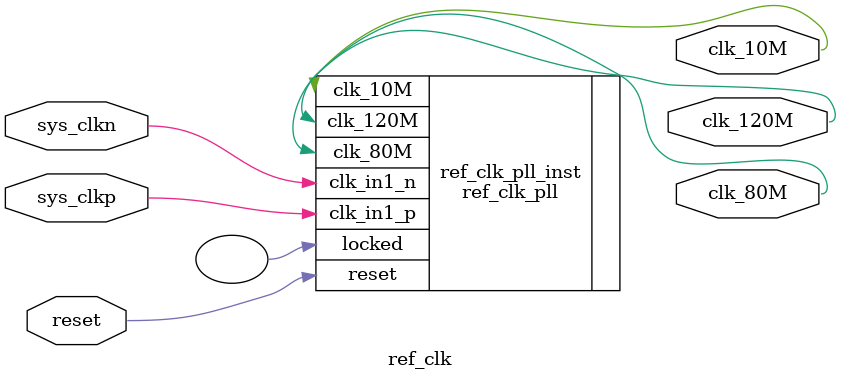
<source format=v>
`timescale 1ns / 1ps

module ref_clk (
    // on board differential clock source, 200 MHz
    input       sys_clkn,
    input       sys_clkp,
    
    input       reset,

    // references
    output      clk_10M,
    output      clk_80M,
    output      clk_120M
);

    ref_clk_pll ref_clk_pll_inst (
        // clock-in
        .clk_in1_p (sys_clkp),
        .clk_in1_n (sys_clkn),
        
        // status
        .reset (reset),
        .locked (), // whether pll is stable
        
        // clock-out
        .clk_10M (clk_10M),
        .clk_80M (clk_80M),
        .clk_120M (clk_120M)
    );
    
endmodule
</source>
